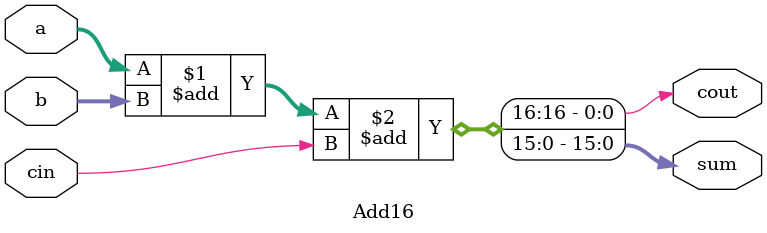
<source format=v>
`timescale 1ns / 1ps


module Add16(
    input [15:0] a, b,
    input cin,
    output [15:0]sum, 
    output cout
);

assign {cout, sum} = a + b + cin;

endmodule


</source>
